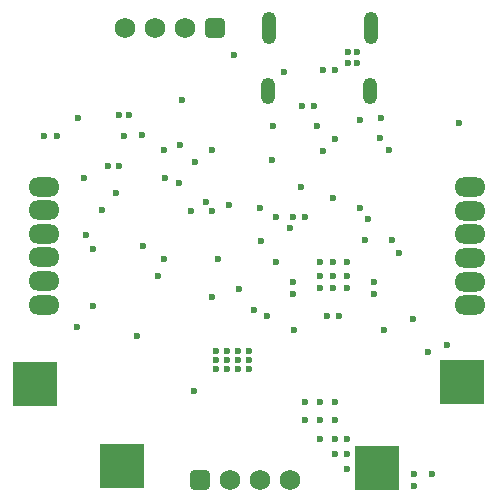
<source format=gbr>
G04*
G04 #@! TF.GenerationSoftware,Altium Limited,Altium Designer,24.8.2 (39)*
G04*
G04 Layer_Color=16711935*
%FSLAX44Y44*%
%MOMM*%
G71*
G04*
G04 #@! TF.SameCoordinates,C7BC70F5-E38B-40BF-8CF6-97473964AE68*
G04*
G04*
G04 #@! TF.FilePolarity,Negative*
G04*
G01*
G75*
%ADD57R,3.8500X3.8500*%
%ADD85C,1.7500*%
G04:AMPARAMS|DCode=86|XSize=1.75mm|YSize=1.75mm|CornerRadius=0.475mm|HoleSize=0mm|Usage=FLASHONLY|Rotation=0.000|XOffset=0mm|YOffset=0mm|HoleType=Round|Shape=RoundedRectangle|*
%AMROUNDEDRECTD86*
21,1,1.7500,0.8000,0,0,0.0*
21,1,0.8000,1.7500,0,0,0.0*
1,1,0.9500,0.4000,-0.4000*
1,1,0.9500,-0.4000,-0.4000*
1,1,0.9500,-0.4000,0.4000*
1,1,0.9500,0.4000,0.4000*
%
%ADD86ROUNDEDRECTD86*%
%ADD87O,2.6500X1.6500*%
%ADD88O,1.2500X2.2500*%
%ADD89O,1.2500X2.7500*%
%ADD90C,0.6000*%
D57*
X320040Y31750D02*
D03*
X392430Y104140D02*
D03*
X104140Y33020D02*
D03*
X30480Y102870D02*
D03*
D85*
X392430Y104140D02*
D03*
X195580Y21590D02*
D03*
X220980D02*
D03*
X246380D02*
D03*
X320040Y31750D02*
D03*
X30480Y102870D02*
D03*
X104140Y33020D02*
D03*
X157480Y403860D02*
D03*
X132080D02*
D03*
X106680D02*
D03*
D86*
X170180Y21590D02*
D03*
X182880Y403860D02*
D03*
D87*
X398780Y169230D02*
D03*
Y249230D02*
D03*
Y229230D02*
D03*
Y209230D02*
D03*
Y269230D02*
D03*
Y189230D02*
D03*
X38100Y189710D02*
D03*
Y269710D02*
D03*
Y209710D02*
D03*
Y229710D02*
D03*
Y249710D02*
D03*
Y169710D02*
D03*
D88*
X228400Y350360D02*
D03*
X314800D02*
D03*
D89*
X228600Y403860D02*
D03*
X315000D02*
D03*
D90*
X184150Y123190D02*
D03*
X193463D02*
D03*
X184150Y130810D02*
D03*
Y115570D02*
D03*
X212090Y130810D02*
D03*
Y115570D02*
D03*
Y123190D02*
D03*
X227620Y160020D02*
D03*
X193463Y115570D02*
D03*
X202777Y130810D02*
D03*
X175260Y256540D02*
D03*
X250190Y148590D02*
D03*
X248920Y179070D02*
D03*
X154940Y342900D02*
D03*
X241300Y367030D02*
D03*
X199390Y381000D02*
D03*
X215900Y165160D02*
D03*
X80010Y217170D02*
D03*
X73660Y228600D02*
D03*
X121920Y219710D02*
D03*
X162560Y248920D02*
D03*
X140823Y277150D02*
D03*
X152400Y273050D02*
D03*
X231140Y292100D02*
D03*
X255901Y269240D02*
D03*
X194918Y253836D02*
D03*
X246380Y234950D02*
D03*
X101600Y287020D02*
D03*
X92710D02*
D03*
X67310Y327660D02*
D03*
X105887Y312420D02*
D03*
X180340Y300990D02*
D03*
X139700Y301014D02*
D03*
X121497Y313267D02*
D03*
X306070Y326390D02*
D03*
X87630Y250190D02*
D03*
X49530Y312420D02*
D03*
X165100Y96520D02*
D03*
X38100Y312420D02*
D03*
X110629Y330741D02*
D03*
X101739D02*
D03*
X72390Y276860D02*
D03*
X166370Y290830D02*
D03*
X306070Y251460D02*
D03*
X283210Y260350D02*
D03*
X312420Y242570D02*
D03*
X220980Y251460D02*
D03*
X180340Y248920D02*
D03*
X332740Y224790D02*
D03*
X259080Y243840D02*
D03*
X222250Y223520D02*
D03*
X309880Y224790D02*
D03*
X271780Y184150D02*
D03*
X363220Y129540D02*
D03*
X350520Y157480D02*
D03*
X339090Y213360D02*
D03*
X248920Y243840D02*
D03*
X234950D02*
D03*
X202777Y115570D02*
D03*
Y123190D02*
D03*
X193463Y130810D02*
D03*
X326390Y148590D02*
D03*
X116840Y143510D02*
D03*
X66040Y151130D02*
D03*
X80010Y168910D02*
D03*
X153670Y304800D02*
D03*
X271780Y55880D02*
D03*
X284480Y72390D02*
D03*
X274320Y299720D02*
D03*
X134620Y194310D02*
D03*
X99060Y264160D02*
D03*
X180340Y176530D02*
D03*
X185420Y208280D02*
D03*
X203200Y182880D02*
D03*
X389890Y323850D02*
D03*
X232410Y321310D02*
D03*
X294640Y184150D02*
D03*
X283210D02*
D03*
X294640Y194310D02*
D03*
X283210D02*
D03*
X271780D02*
D03*
X294640Y205740D02*
D03*
X283210D02*
D03*
X271780D02*
D03*
X248920Y189230D02*
D03*
X278130Y160020D02*
D03*
X288290D02*
D03*
X259080Y87630D02*
D03*
Y72390D02*
D03*
X317500Y179070D02*
D03*
X284480Y87630D02*
D03*
X317500Y189230D02*
D03*
X271780Y72390D02*
D03*
X294640Y55880D02*
D03*
X271780Y87630D02*
D03*
X379730Y135890D02*
D03*
X234950Y205740D02*
D03*
X351790Y16510D02*
D03*
X294640Y43180D02*
D03*
Y30480D02*
D03*
X284480Y55880D02*
D03*
Y43180D02*
D03*
X367030Y26670D02*
D03*
X351790D02*
D03*
X323850Y327660D02*
D03*
X330200Y300990D02*
D03*
X322580Y311150D02*
D03*
X284480Y309880D02*
D03*
X303530Y374650D02*
D03*
X295910D02*
D03*
Y383540D02*
D03*
X303530D02*
D03*
X284480Y368300D02*
D03*
X256540Y337820D02*
D03*
X274320Y368300D02*
D03*
X267075Y338195D02*
D03*
X269240Y321310D02*
D03*
X139700Y208280D02*
D03*
M02*

</source>
